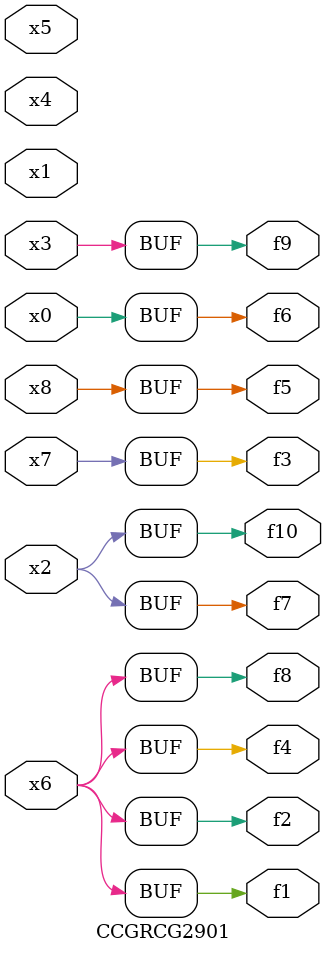
<source format=v>
module CCGRCG2901(
	input x0, x1, x2, x3, x4, x5, x6, x7, x8,
	output f1, f2, f3, f4, f5, f6, f7, f8, f9, f10
);
	assign f1 = x6;
	assign f2 = x6;
	assign f3 = x7;
	assign f4 = x6;
	assign f5 = x8;
	assign f6 = x0;
	assign f7 = x2;
	assign f8 = x6;
	assign f9 = x3;
	assign f10 = x2;
endmodule

</source>
